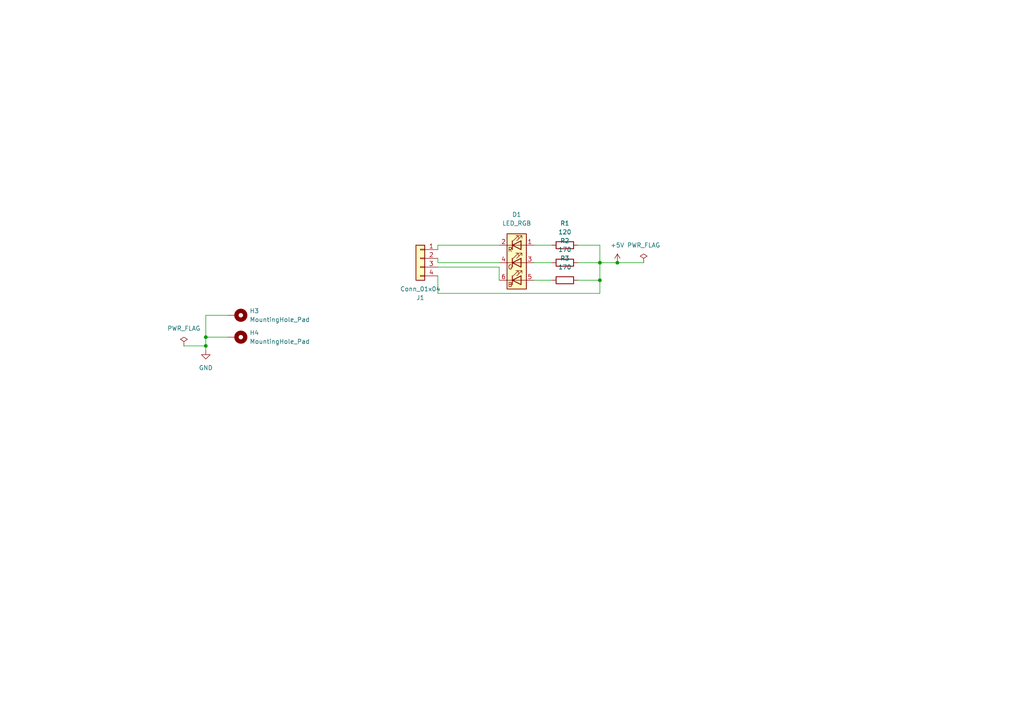
<source format=kicad_sch>
(kicad_sch (version 20231120) (generator "eeschema") (generator_version "8.0")
  (paper "A4")
  (lib_symbols
    (symbol "Connector_Generic:Conn_01x04" (pin_names (offset 1.016) hide)
      (property "Reference" "J" (at 0 5.08 0))
      (property "Value" "Conn_01x04" (at 0 -7.62 0))
      (symbol "Conn_01x04_1_1"
        (rectangle (start -1.27 -4.953) (end 0 -5.207) (stroke (width 0.1524)))
        (rectangle (start -1.27 -2.413) (end 0 -2.667) (stroke (width 0.1524)))
        (rectangle (start -1.27 0.127) (end 0 -0.127) (stroke (width 0.1524)))
        (rectangle (start -1.27 2.667) (end 0 2.413) (stroke (width 0.1524)))
        (rectangle (start -1.27 3.81) (end 1.27 -6.35) (stroke (width 0.254)) (fill (type background)))
        (pin passive line (at -5.08 2.54 0) (length 3.81) (name "Pin_1") (number "1"))
        (pin passive line (at -5.08 0 0) (length 3.81) (name "Pin_2") (number "2"))
        (pin passive line (at -5.08 -2.54 0) (length 3.81) (name "Pin_3") (number "3"))
        (pin passive line (at -5.08 -5.08 0) (length 3.81) (name "Pin_4") (number "4"))
      )
    )
    (symbol "Device:R" (pin_numbers hide) (pin_names (offset 0))
      (property "Reference" "R" (at 2.032 0 90))
      (property "Value" "R" (at 0 0 90))
      (symbol "R_0_1"
        (rectangle (start -1.016 -2.54) (end 1.016 2.54) (stroke (width 0.254)))
      )
      (symbol "R_1_1"
        (pin passive line (at 0 3.81 270) (length 1.27) (name "~") (number "1"))
        (pin passive line (at 0 -3.81 90) (length 1.27) (name "~") (number "2"))
      )
    )
    (symbol "LED_RGB_1" (pin_names (offset 0) hide)
      (property "Reference" "D2" (at 0 13.97 0))
      (property "Value" "LED_RGB" (at 0 11.43 0))
      (symbol "LED_RGB_1_0_0"
        (text "B" (at -1.905 -6.35 0) (effects (font (size 1.27 1.27))))
        (text "G" (at -1.905 -1.27 0) (effects (font (size 1.27 1.27))))
        (text "R" (at -1.905 3.81 0) (effects (font (size 1.27 1.27))))
      )
      (symbol "LED_RGB_1_0_1"
        (rectangle (start -2.794 8.382) (end 2.794 -7.62) (stroke (width 0.254)) (fill (type background)))
        (polyline (pts (xy -1.27 -5.08) (xy -2.54 -5.08)))
        (polyline (pts (xy -1.27 -5.08) (xy 1.27 -5.08)))
        (polyline (pts (xy -1.27 -3.81) (xy -1.27 -6.35)) (stroke (width 0.254)))
        (polyline (pts (xy -1.27 0) (xy -2.54 0)))
        (polyline (pts (xy -1.27 1.27) (xy -1.27 -1.27)) (stroke (width 0.254)))
        (polyline (pts (xy -1.27 5.08) (xy -2.54 5.08)))
        (polyline (pts (xy -1.27 5.08) (xy 1.27 5.08)))
        (polyline (pts (xy -1.27 6.35) (xy -1.27 3.81)) (stroke (width 0.254)))
        (polyline (pts (xy 1.27 -5.08) (xy 2.54 -5.08)))
        (polyline (pts (xy 1.27 0) (xy -1.27 0)))
        (polyline (pts (xy 1.27 0) (xy 2.54 0)))
        (polyline (pts (xy 1.27 5.08) (xy 2.54 5.08)))
        (polyline (pts (xy -1.27 1.27) (xy -1.27 -1.27) (xy -1.27 -1.27)))
        (polyline (pts (xy -1.27 6.35) (xy -1.27 3.81) (xy -1.27 3.81)))
        (polyline (pts (xy 1.27 -3.81) (xy 1.27 -6.35) (xy -1.27 -5.08) (xy 1.27 -3.81)) (stroke (width 0.254)))
        (polyline (pts (xy 1.27 1.27) (xy 1.27 -1.27) (xy -1.27 0) (xy 1.27 1.27)) (stroke (width 0.254)))
        (polyline (pts (xy 1.27 6.35) (xy 1.27 3.81) (xy -1.27 5.08) (xy 1.27 6.35)) (stroke (width 0.254)))
        (polyline (pts (xy -1.016 -3.81) (xy 0.508 -2.286) (xy -0.254 -2.286) (xy 0.508 -2.286) (xy 0.508 -3.048)))
        (polyline (pts (xy -1.016 1.27) (xy 0.508 2.794) (xy -0.254 2.794) (xy 0.508 2.794) (xy 0.508 2.032)))
        (polyline (pts (xy -1.016 6.35) (xy 0.508 7.874) (xy -0.254 7.874) (xy 0.508 7.874) (xy 0.508 7.112)))
        (polyline (pts (xy 0 -3.81) (xy 1.524 -2.286) (xy 0.762 -2.286) (xy 1.524 -2.286) (xy 1.524 -3.048)))
        (polyline (pts (xy 0 1.27) (xy 1.524 2.794) (xy 0.762 2.794) (xy 1.524 2.794) (xy 1.524 2.032)))
        (polyline (pts (xy 0 6.35) (xy 1.524 7.874) (xy 0.762 7.874) (xy 1.524 7.874) (xy 1.524 7.112)))
        (rectangle (start 1.27 -1.27) (end 1.27 1.27))
        (rectangle (start 1.27 1.27) (end 1.27 1.27))
        (rectangle (start 1.27 3.81) (end 1.27 6.35))
        (rectangle (start 1.27 6.35) (end 1.27 6.35))
      )
      (symbol "LED_RGB_1_1_1"
        (pin passive line (at 5.08 5.08 180) (length 2.54) (name "RA") (number "1"))
        (pin passive line (at -5.08 5.08 0) (length 2.54) (name "RK") (number "2"))
        (pin passive line (at 5.08 0 180) (length 2.54) (name "GA") (number "3"))
        (pin passive line (at -5.08 0 0) (length 2.54) (name "GK") (number "4"))
        (pin passive line (at 5.08 -5.08 180) (length 2.54) (name "BA") (number "5"))
        (pin passive line (at -5.08 -5.08 0) (length 2.54) (name "BK") (number "6"))
      )
    )
    (symbol "Mechanical:MountingHole_Pad" (pin_numbers hide) (pin_names (offset 1.016) hide)
      (property "Reference" "H" (at 0 6.35 0))
      (property "Value" "MountingHole_Pad" (at 0 4.445 0))
      (symbol "MountingHole_Pad_0_1"
        (circle (center 0 1.27) (radius 1.27) (stroke (width 1.27)))
      )
      (symbol "MountingHole_Pad_1_1"
        (pin input line (at 0 -2.54 90) (length 2.54) (name "1") (number "1"))
      )
    )
    (symbol "power:+5V" (power) (pin_numbers hide) (pin_names (offset 0) hide)
      (property "Value" "+5V" (at 0 3.556 0))
      (symbol "+5V_0_1"
        (polyline (pts (xy -0.762 1.27) (xy 0 2.54)))
        (polyline (pts (xy 0 0) (xy 0 2.54)))
        (polyline (pts (xy 0 2.54) (xy 0.762 1.27)))
      )
      (symbol "+5V_1_1"
        (pin power_in line (at 0 0 90) (length 0) (name "~") (number "1"))
      )
    )
    (symbol "power:GND" (power) (pin_numbers hide) (pin_names (offset 0) hide)
      (property "Value" "GND" (at 0 -3.81 0))
      (symbol "GND_0_1"
        (polyline (pts (xy 0 0) (xy 0 -1.27) (xy 1.27 -1.27) (xy 0 -2.54) (xy -1.27 -1.27) (xy 0 -1.27)))
      )
      (symbol "GND_1_1"
        (pin power_in line (at 0 0 270) (length 0) (name "~") (number "1"))
      )
    )
    (symbol "power:PWR_FLAG" (power) (pin_numbers hide) (pin_names (offset 0) hide)
      (property "Value" "PWR_FLAG" (at 0 3.81 0))
      (symbol "PWR_FLAG_0_0"
        (pin power_out line (at 0 0 90) (length 0) (name "~") (number "1"))
      )
      (symbol "PWR_FLAG_0_1"
        (polyline (pts (xy 0 0) (xy 0 1.27) (xy -1.016 1.905) (xy 0 2.54) (xy 1.016 1.905) (xy 0 1.27)))
      )
    )
  )
  (junction (at 173.99 81.28))
  (junction (at 173.99 76.2))
  (junction (at 179.07 76.2))
  (junction (at 59.69 97.79))
  (junction (at 59.69 100.33))
  (wire (pts (xy 53.34 100.33) (xy 59.69 100.33)))
  (wire (pts (xy 144.78 71.12) (xy 127 71.12)))
  (wire (pts (xy 144.78 76.2) (xy 127 76.2)))
  (wire (pts (xy 59.69 91.44) (xy 66.04 91.44)))
  (wire (pts (xy 127 80.01) (xy 127 85.09)))
  (wire (pts (xy 127 85.09) (xy 173.99 85.09)))
  (wire (pts (xy 59.69 100.33) (xy 59.69 101.6)))
  (wire (pts (xy 173.99 81.28) (xy 173.99 76.2)))
  (wire (pts (xy 167.64 76.2) (xy 173.99 76.2)))
  (wire (pts (xy 59.69 97.79) (xy 66.04 97.79)))
  (wire (pts (xy 59.69 91.44) (xy 59.69 97.79)))
  (wire (pts (xy 59.69 97.79) (xy 59.69 100.33)))
  (wire (pts (xy 179.07 76.2) (xy 186.69 76.2)))
  (wire (pts (xy 154.94 71.12) (xy 160.02 71.12)))
  (wire (pts (xy 167.64 81.28) (xy 173.99 81.28)))
  (wire (pts (xy 154.94 81.28) (xy 160.02 81.28)))
  (wire (pts (xy 173.99 85.09) (xy 173.99 81.28)))
  (wire (pts (xy 144.78 77.47) (xy 144.78 81.28)))
  (wire (pts (xy 173.99 76.2) (xy 179.07 76.2)))
  (wire (pts (xy 154.94 76.2) (xy 160.02 76.2)))
  (wire (pts (xy 127 76.2) (xy 127 74.93)))
  (wire (pts (xy 173.99 71.12) (xy 173.99 76.2)))
  (wire (pts (xy 127 77.47) (xy 144.78 77.47)))
  (wire (pts (xy 167.64 71.12) (xy 173.99 71.12)))
  (wire (pts (xy 127 71.12) (xy 127 72.39)))
  (symbol (lib_id "power:GND") (at 59.69 101.6 0) (unit 1)
    (property "Reference" "#PWR03" (effects (hide yes)))
    (property "Value" "GND" (at 59.69 106.68 0))
    (property "Description" "Power symbol creates a global label with name \"GND\" , ground" (effects (hide yes)))
  )
  (symbol (lib_id "Device:R") (at 163.83 76.2 90) (unit 1)
    (property "Reference" "R2" (at 163.83 69.85 90))
    (property "Value" "170" (at 163.83 72.39 90))
    (property "Footprint" "Resistor_SMD:R_0603_1608Metric_Pad0.98x0.95mm_HandSolder" (effects (hide yes)))
    (property "Description" "Resistor" (effects (hide yes)))
  )
  (symbol (lib_id "Device:R") (at 163.83 81.28 90) (unit 1)
    (property "Reference" "R3" (at 163.83 74.93 90))
    (property "Value" "170" (at 163.83 77.47 90))
    (property "Footprint" "Resistor_SMD:R_0603_1608Metric_Pad0.98x0.95mm_HandSolder" (effects (hide yes)))
    (property "Description" "Resistor" (effects (hide yes)))
  )
  (symbol (lib_id "Mechanical:MountingHole_Pad") (at 68.58 91.44 270) (unit 1)
    (property "Reference" "H3" (at 72.39 90.1699 90) (effects (justify left)))
    (property "Value" "MountingHole_Pad" (at 72.39 92.7099 90) (effects (justify left)))
    (property "Footprint" "MountingHole:MountingHole_2.2mm_M2_Pad_Via" (effects (hide yes)))
    (property "Description" "Mounting Hole with connection" (effects (hide yes)))
  )
  (symbol (lib_id "Device:R") (at 163.83 71.12 90) (unit 1)
    (property "Reference" "R1" (at 163.83 64.77 90))
    (property "Value" "120" (at 163.83 67.31 90))
    (property "Footprint" "Resistor_SMD:R_0603_1608Metric_Pad0.98x0.95mm_HandSolder" (effects (hide yes)))
    (property "Description" "Resistor" (effects (hide yes)))
  )
  (symbol (lib_name "LED_RGB_1") (lib_id "Device:LED_RGB") (at 149.86 76.2 0) (unit 1)
    (property "Reference" "D1" (at 149.86 62.23 0))
    (property "Value" "LED_RGB" (at 149.86 64.77 0))
    (property "Footprint" "LibLED:LED RGB" (effects (hide yes)))
    (property "Description" "RGB LED, 6 pin package" (effects (hide yes)))
  )
  (symbol (lib_id "power:+5V") (at 179.07 76.2 0) (unit 1)
    (property "Reference" "#PWR01" (effects (hide yes)))
    (property "Value" "+5V" (at 179.07 71.12 0))
    (property "Description" "Power symbol creates a global label with name \"+5V\"" (effects (hide yes)))
  )
  (symbol (lib_id "power:PWR_FLAG") (at 186.69 76.2 0) (unit 1)
    (property "Reference" "#FLG01" (effects (hide yes)))
    (property "Value" "PWR_FLAG" (at 186.69 71.12 0))
    (property "Description" "Special symbol for telling ERC where power comes from" (effects (hide yes)))
  )
  (symbol (lib_id "power:PWR_FLAG") (at 53.34 100.33 0) (unit 1)
    (property "Reference" "#FLG02" (effects (hide yes)))
    (property "Value" "PWR_FLAG" (at 53.34 95.25 0))
    (property "Description" "Special symbol for telling ERC where power comes from" (effects (hide yes)))
  )
  (symbol (lib_id "Connector_Generic:Conn_01x04") (at 121.92 74.93 0) (mirror y) (unit 1)
    (property "Reference" "J1" (at 121.92 86.36 0))
    (property "Value" "Conn_01x04" (at 121.92 83.82 0))
    (property "Footprint" "Connector_PinSocket_2.54mm:PinSocket_1x04_P2.54mm_Vertical" (effects (hide yes)))
    (property "Description" "Generic connector, single row, 01x04, script generated (kicad-library-utils/schlib/autogen/connector/)" (effects (hide yes)))
  )
  (symbol (lib_id "Mechanical:MountingHole_Pad") (at 68.58 97.79 270) (unit 1)
    (property "Reference" "H4" (at 72.39 96.5199 90) (effects (justify left)))
    (property "Value" "MountingHole_Pad" (at 72.39 99.0599 90) (effects (justify left)))
    (property "Footprint" "MountingHole:MountingHole_2.2mm_M2_Pad_Via" (effects (hide yes)))
    (property "Description" "Mounting Hole with connection" (effects (hide yes)))
  )
)
</source>
